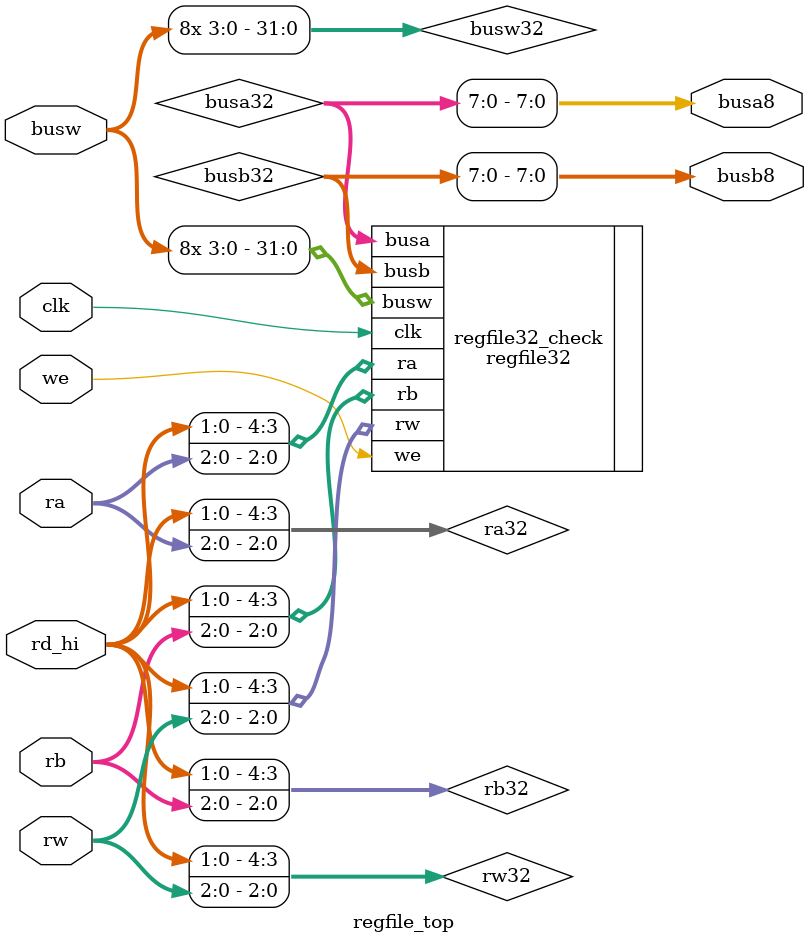
<source format=v>
`timescale 1ns / 1ps

module regfile_top(
   output  [7:0] busa8,
   output  [7:0] busb8,
   input [3:0] busw,
   input [2:0] ra,
   input [2:0] rb,
   input [2:0] rw,
   input [1:0] rd_hi,
   input clk, we
   );
   wire [31:0] busa32;
   wire [31:0] busb32;
   wire [31:0] busw32;
   wire [4:0] ra32;
   wire [4:0] rb32;
   wire [4:0] rw32;

   //分配总线数据
   assign busw32 = {8{busw}};//注意使用简化的运算符
   assign ra32   = {rd_hi, ra};
   assign rb32   = {rd_hi, rb};
   assign rw32   = {rd_hi, rw};

   //实例化32位寄存器堆
   regfile32 regfile32_check(.busa(busa32),.busb(busb32),.busw(busw32),.ra(ra32),.rb(rb32),.rw(rw32),.clk(clk),.we(we));

   //取低8位输出
   assign busa8 = busa32[7:0];
   assign busb8 = busb32[7:0];

endmodule

</source>
